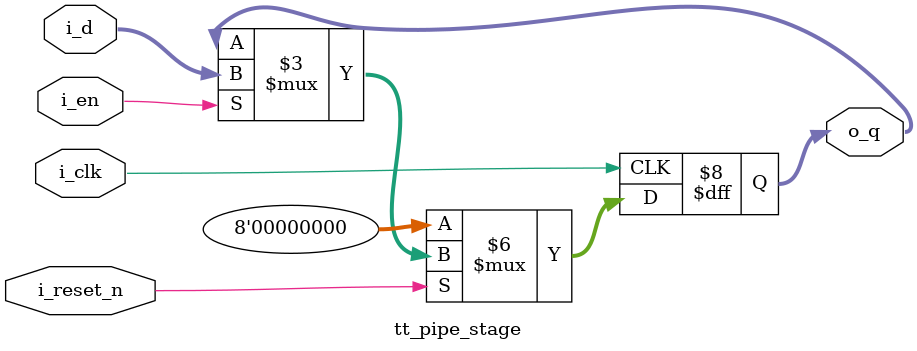
<source format=sv>
module tt_pipe_stage #(parameter WIDTH=8)
(
   input i_clk,
   input i_reset_n,
   input i_en,
   input [WIDTH-1:0] i_d,

   output reg [WIDTH-1:0] o_q
);

always @(posedge i_clk) begin
        if(!i_reset_n) o_q <= {WIDTH{1'b0}};
        else begin
                if(i_en) o_q <= i_d;
        end
end

endmodule

</source>
